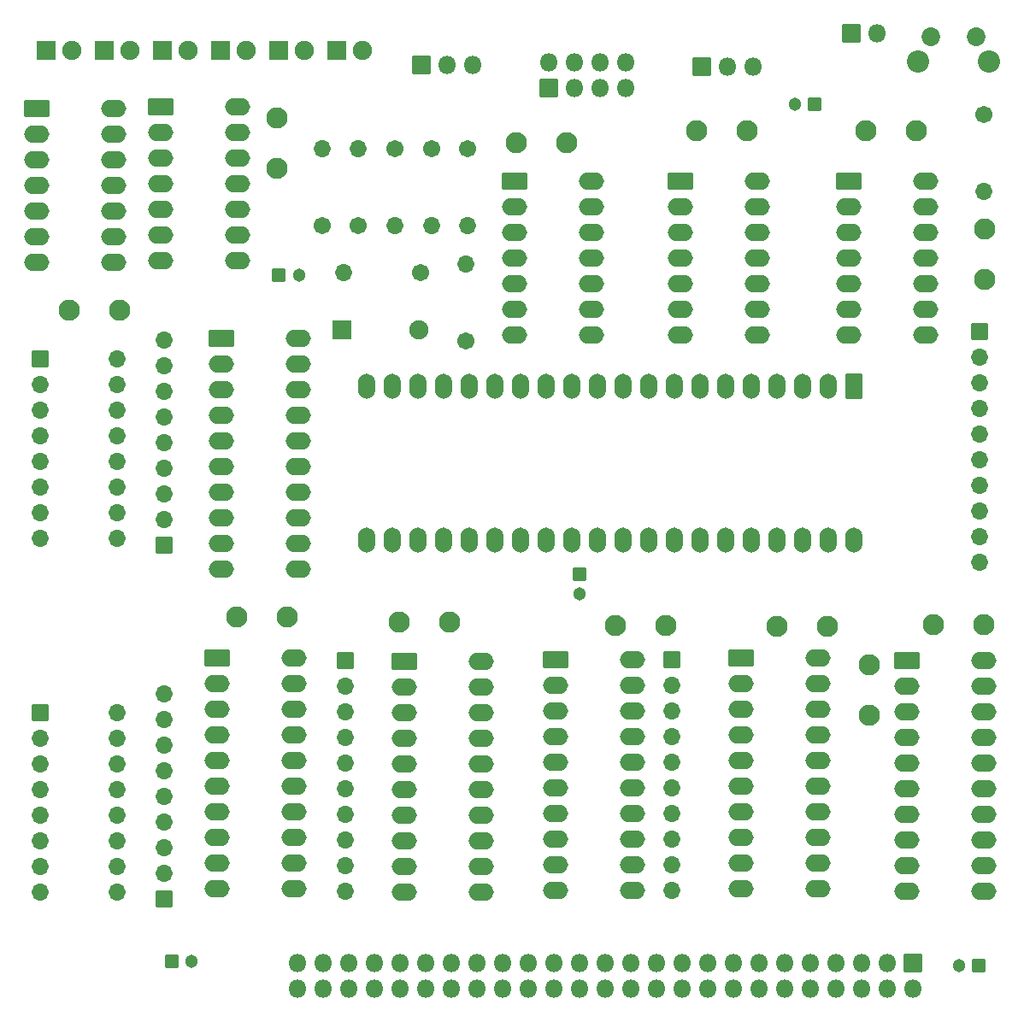
<source format=gbr>
G04 #@! TF.GenerationSoftware,KiCad,Pcbnew,(6.0.6)*
G04 #@! TF.CreationDate,2022-10-03T07:41:53-05:00*
G04 #@! TF.ProjectId,Z806809,5a383036-3830-4392-9e6b-696361645f70,rev?*
G04 #@! TF.SameCoordinates,Original*
G04 #@! TF.FileFunction,Soldermask,Bot*
G04 #@! TF.FilePolarity,Negative*
%FSLAX46Y46*%
G04 Gerber Fmt 4.6, Leading zero omitted, Abs format (unit mm)*
G04 Created by KiCad (PCBNEW (6.0.6)) date 2022-10-03 07:41:53*
%MOMM*%
%LPD*%
G01*
G04 APERTURE LIST*
G04 Aperture macros list*
%AMRoundRect*
0 Rectangle with rounded corners*
0 $1 Rounding radius*
0 $2 $3 $4 $5 $6 $7 $8 $9 X,Y pos of 4 corners*
0 Add a 4 corners polygon primitive as box body*
4,1,4,$2,$3,$4,$5,$6,$7,$8,$9,$2,$3,0*
0 Add four circle primitives for the rounded corners*
1,1,$1+$1,$2,$3*
1,1,$1+$1,$4,$5*
1,1,$1+$1,$6,$7*
1,1,$1+$1,$8,$9*
0 Add four rect primitives between the rounded corners*
20,1,$1+$1,$2,$3,$4,$5,0*
20,1,$1+$1,$4,$5,$6,$7,0*
20,1,$1+$1,$6,$7,$8,$9,0*
20,1,$1+$1,$8,$9,$2,$3,0*%
G04 Aperture macros list end*
%ADD10RoundRect,0.051000X0.600000X0.600000X-0.600000X0.600000X-0.600000X-0.600000X0.600000X-0.600000X0*%
%ADD11C,1.302000*%
%ADD12RoundRect,0.051000X-0.900000X-0.900000X0.900000X-0.900000X0.900000X0.900000X-0.900000X0.900000X0*%
%ADD13O,1.902000X1.902000*%
%ADD14C,1.902000*%
%ADD15RoundRect,0.051000X0.850000X-0.850000X0.850000X0.850000X-0.850000X0.850000X-0.850000X-0.850000X0*%
%ADD16O,1.802000X1.802000*%
%ADD17C,1.702000*%
%ADD18O,1.702000X1.702000*%
%ADD19RoundRect,0.051000X0.800000X-0.800000X0.800000X0.800000X-0.800000X0.800000X-0.800000X-0.800000X0*%
%ADD20RoundRect,0.051000X-0.800000X-0.800000X0.800000X-0.800000X0.800000X0.800000X-0.800000X0.800000X0*%
%ADD21C,2.202000*%
%ADD22C,1.852000*%
%ADD23RoundRect,0.051000X-1.200000X-0.800000X1.200000X-0.800000X1.200000X0.800000X-1.200000X0.800000X0*%
%ADD24O,2.502000X1.702000*%
%ADD25C,2.102000*%
%ADD26RoundRect,0.051000X-0.850000X0.850000X-0.850000X-0.850000X0.850000X-0.850000X0.850000X0.850000X0*%
%ADD27RoundRect,0.051000X-0.600000X0.600000X-0.600000X-0.600000X0.600000X-0.600000X0.600000X0.600000X0*%
%ADD28RoundRect,0.051000X-0.800000X0.800000X-0.800000X-0.800000X0.800000X-0.800000X0.800000X0.800000X0*%
%ADD29RoundRect,0.051000X-0.600000X-0.600000X0.600000X-0.600000X0.600000X0.600000X-0.600000X0.600000X0*%
%ADD30RoundRect,0.051000X-0.800000X1.200000X-0.800000X-1.200000X0.800000X-1.200000X0.800000X1.200000X0*%
%ADD31O,1.702000X2.502000*%
G04 APERTURE END LIST*
D10*
X149350000Y-40700000D03*
D11*
X147350000Y-40700000D03*
D12*
X102500000Y-63025000D03*
D13*
X110120000Y-63025000D03*
D12*
X73200000Y-35325000D03*
D14*
X75740000Y-35325000D03*
D15*
X138125000Y-36950000D03*
D16*
X140665000Y-36950000D03*
X143205000Y-36950000D03*
D15*
X152925000Y-33675000D03*
D16*
X155465000Y-33675000D03*
D17*
X166050000Y-41725000D03*
D18*
X166050000Y-49345000D03*
D17*
X100550000Y-52660000D03*
D18*
X100550000Y-45040000D03*
D17*
X110300000Y-57325000D03*
D18*
X102680000Y-57325000D03*
D19*
X84912000Y-119375000D03*
D18*
X84912000Y-116835000D03*
X84912000Y-114295000D03*
X84912000Y-111755000D03*
X84912000Y-109215000D03*
X84912000Y-106675000D03*
X84912000Y-104135000D03*
X84912000Y-101595000D03*
X84912000Y-99055000D03*
D20*
X72650000Y-100925000D03*
D18*
X72650000Y-103465000D03*
X72650000Y-106005000D03*
X72650000Y-108545000D03*
X72650000Y-111085000D03*
X72650000Y-113625000D03*
X72650000Y-116165000D03*
X72650000Y-118705000D03*
X80270000Y-118705000D03*
X80270000Y-116165000D03*
X80270000Y-113625000D03*
X80270000Y-111085000D03*
X80270000Y-108545000D03*
X80270000Y-106005000D03*
X80270000Y-103465000D03*
X80270000Y-100925000D03*
D21*
X166585000Y-36440000D03*
X159575000Y-36440000D03*
D22*
X160825000Y-33950000D03*
X165325000Y-33950000D03*
D20*
X72600000Y-65875000D03*
D18*
X72600000Y-68415000D03*
X72600000Y-70955000D03*
X72600000Y-73495000D03*
X72600000Y-76035000D03*
X72600000Y-78575000D03*
X72600000Y-81115000D03*
X72600000Y-83655000D03*
X80220000Y-83655000D03*
X80220000Y-81115000D03*
X80220000Y-78575000D03*
X80220000Y-76035000D03*
X80220000Y-73495000D03*
X80220000Y-70955000D03*
X80220000Y-68415000D03*
X80220000Y-65875000D03*
D23*
X152675000Y-48300000D03*
D24*
X152675000Y-50840000D03*
X152675000Y-53380000D03*
X152675000Y-55920000D03*
X152675000Y-58460000D03*
X152675000Y-61000000D03*
X152675000Y-63540000D03*
X160295000Y-63540000D03*
X160295000Y-61000000D03*
X160295000Y-58460000D03*
X160295000Y-55920000D03*
X160295000Y-53380000D03*
X160295000Y-50840000D03*
X160295000Y-48300000D03*
D23*
X136050000Y-48300000D03*
D24*
X136050000Y-50840000D03*
X136050000Y-53380000D03*
X136050000Y-55920000D03*
X136050000Y-58460000D03*
X136050000Y-61000000D03*
X136050000Y-63540000D03*
X143670000Y-63540000D03*
X143670000Y-61000000D03*
X143670000Y-58460000D03*
X143670000Y-55920000D03*
X143670000Y-53380000D03*
X143670000Y-50840000D03*
X143670000Y-48300000D03*
D23*
X84550000Y-40950000D03*
D24*
X84550000Y-43490000D03*
X84550000Y-46030000D03*
X84550000Y-48570000D03*
X84550000Y-51110000D03*
X84550000Y-53650000D03*
X84550000Y-56190000D03*
X92170000Y-56190000D03*
X92170000Y-53650000D03*
X92170000Y-51110000D03*
X92170000Y-48570000D03*
X92170000Y-46030000D03*
X92170000Y-43490000D03*
X92170000Y-40950000D03*
D23*
X90525000Y-63900000D03*
D24*
X90525000Y-66440000D03*
X90525000Y-68980000D03*
X90525000Y-71520000D03*
X90525000Y-74060000D03*
X90525000Y-76600000D03*
X90525000Y-79140000D03*
X90525000Y-81680000D03*
X90525000Y-84220000D03*
X90525000Y-86760000D03*
X98145000Y-86760000D03*
X98145000Y-84220000D03*
X98145000Y-81680000D03*
X98145000Y-79140000D03*
X98145000Y-76600000D03*
X98145000Y-74060000D03*
X98145000Y-71520000D03*
X98145000Y-68980000D03*
X98145000Y-66440000D03*
X98145000Y-63900000D03*
D23*
X119600000Y-48300000D03*
D24*
X119600000Y-50840000D03*
X119600000Y-53380000D03*
X119600000Y-55920000D03*
X119600000Y-58460000D03*
X119600000Y-61000000D03*
X119600000Y-63540000D03*
X127220000Y-63540000D03*
X127220000Y-61000000D03*
X127220000Y-58460000D03*
X127220000Y-55920000D03*
X127220000Y-53380000D03*
X127220000Y-50840000D03*
X127220000Y-48300000D03*
D19*
X84862000Y-84325000D03*
D18*
X84862000Y-81785000D03*
X84862000Y-79245000D03*
X84862000Y-76705000D03*
X84862000Y-74165000D03*
X84862000Y-71625000D03*
X84862000Y-69085000D03*
X84862000Y-66545000D03*
X84862000Y-64005000D03*
D17*
X104150000Y-52660000D03*
D18*
X104150000Y-45040000D03*
D12*
X90480000Y-35325000D03*
D14*
X93020000Y-35325000D03*
D17*
X111350000Y-45040000D03*
D18*
X111350000Y-52660000D03*
D12*
X78960000Y-35325000D03*
D14*
X81500000Y-35325000D03*
D12*
X84720000Y-35325000D03*
D14*
X87260000Y-35325000D03*
D17*
X107750000Y-45040000D03*
D18*
X107750000Y-52660000D03*
D12*
X96240000Y-35325000D03*
D14*
X98780000Y-35325000D03*
D17*
X114950000Y-45040000D03*
D18*
X114950000Y-52660000D03*
D12*
X102000000Y-35325000D03*
D14*
X104540000Y-35325000D03*
D17*
X114775000Y-64150000D03*
D18*
X114775000Y-56530000D03*
D15*
X110400000Y-36750000D03*
D16*
X112940000Y-36750000D03*
X115480000Y-36750000D03*
D25*
X96100000Y-42000000D03*
X96100000Y-47000000D03*
D15*
X122975000Y-39100000D03*
D16*
X122975000Y-36560000D03*
X125515000Y-39100000D03*
X125515000Y-36560000D03*
X128055000Y-39100000D03*
X128055000Y-36560000D03*
X130595000Y-39100000D03*
X130595000Y-36560000D03*
D26*
X159050000Y-125750000D03*
D16*
X159050000Y-128290000D03*
X156510000Y-125750000D03*
X156510000Y-128290000D03*
X153970000Y-125750000D03*
X153970000Y-128290000D03*
X151430000Y-125750000D03*
X151430000Y-128290000D03*
X148890000Y-125750000D03*
X148890000Y-128290000D03*
X146350000Y-125750000D03*
X146350000Y-128290000D03*
X143810000Y-125750000D03*
X143810000Y-128290000D03*
X141270000Y-125750000D03*
X141270000Y-128290000D03*
X138730000Y-125750000D03*
X138730000Y-128290000D03*
X136190000Y-125750000D03*
X136190000Y-128290000D03*
X133650000Y-125750000D03*
X133650000Y-128290000D03*
X131110000Y-125750000D03*
X131110000Y-128290000D03*
X128570000Y-125750000D03*
X128570000Y-128290000D03*
X126030000Y-125750000D03*
X126030000Y-128290000D03*
X123490000Y-125750000D03*
X123490000Y-128290000D03*
X120950000Y-125750000D03*
X120950000Y-128290000D03*
X118410000Y-125750000D03*
X118410000Y-128290000D03*
X115870000Y-125750000D03*
X115870000Y-128290000D03*
X113330000Y-125750000D03*
X113330000Y-128290000D03*
X110790000Y-125750000D03*
X110790000Y-128290000D03*
X108250000Y-125750000D03*
X108250000Y-128290000D03*
X105710000Y-125750000D03*
X105710000Y-128290000D03*
X103170000Y-125750000D03*
X103170000Y-128290000D03*
X100630000Y-125750000D03*
X100630000Y-128290000D03*
X98090000Y-125750000D03*
X98090000Y-128290000D03*
D27*
X126075000Y-87225000D03*
D11*
X126075000Y-89225000D03*
D10*
X165600000Y-126000000D03*
D11*
X163600000Y-126000000D03*
D23*
X158500000Y-95775000D03*
D24*
X158500000Y-98315000D03*
X158500000Y-100855000D03*
X158500000Y-103395000D03*
X158500000Y-105935000D03*
X158500000Y-108475000D03*
X158500000Y-111015000D03*
X158500000Y-113555000D03*
X158500000Y-116095000D03*
X158500000Y-118635000D03*
X166120000Y-118635000D03*
X166120000Y-116095000D03*
X166120000Y-113555000D03*
X166120000Y-111015000D03*
X166120000Y-108475000D03*
X166120000Y-105935000D03*
X166120000Y-103395000D03*
X166120000Y-100855000D03*
X166120000Y-98315000D03*
X166120000Y-95775000D03*
D28*
X135200000Y-95675000D03*
D18*
X135200000Y-98215000D03*
X135200000Y-100755000D03*
X135200000Y-103295000D03*
X135200000Y-105835000D03*
X135200000Y-108375000D03*
X135200000Y-110915000D03*
X135200000Y-113455000D03*
X135200000Y-115995000D03*
X135200000Y-118535000D03*
D28*
X102862500Y-95750000D03*
D18*
X102862500Y-98290000D03*
X102862500Y-100830000D03*
X102862500Y-103370000D03*
X102862500Y-105910000D03*
X102862500Y-108450000D03*
X102862500Y-110990000D03*
X102862500Y-113530000D03*
X102862500Y-116070000D03*
X102862500Y-118610000D03*
D23*
X108700000Y-95875000D03*
D24*
X108700000Y-98415000D03*
X108700000Y-100955000D03*
X108700000Y-103495000D03*
X108700000Y-106035000D03*
X108700000Y-108575000D03*
X108700000Y-111115000D03*
X108700000Y-113655000D03*
X108700000Y-116195000D03*
X108700000Y-118735000D03*
X116320000Y-118735000D03*
X116320000Y-116195000D03*
X116320000Y-113655000D03*
X116320000Y-111115000D03*
X116320000Y-108575000D03*
X116320000Y-106035000D03*
X116320000Y-103495000D03*
X116320000Y-100955000D03*
X116320000Y-98415000D03*
X116320000Y-95875000D03*
D23*
X123700000Y-95675000D03*
D24*
X123700000Y-98215000D03*
X123700000Y-100755000D03*
X123700000Y-103295000D03*
X123700000Y-105835000D03*
X123700000Y-108375000D03*
X123700000Y-110915000D03*
X123700000Y-113455000D03*
X123700000Y-115995000D03*
X123700000Y-118535000D03*
X131320000Y-118535000D03*
X131320000Y-115995000D03*
X131320000Y-113455000D03*
X131320000Y-110915000D03*
X131320000Y-108375000D03*
X131320000Y-105835000D03*
X131320000Y-103295000D03*
X131320000Y-100755000D03*
X131320000Y-98215000D03*
X131320000Y-95675000D03*
D23*
X90150000Y-95500000D03*
D24*
X90150000Y-98040000D03*
X90150000Y-100580000D03*
X90150000Y-103120000D03*
X90150000Y-105660000D03*
X90150000Y-108200000D03*
X90150000Y-110740000D03*
X90150000Y-113280000D03*
X90150000Y-115820000D03*
X90150000Y-118360000D03*
X97770000Y-118360000D03*
X97770000Y-115820000D03*
X97770000Y-113280000D03*
X97770000Y-110740000D03*
X97770000Y-108200000D03*
X97770000Y-105660000D03*
X97770000Y-103120000D03*
X97770000Y-100580000D03*
X97770000Y-98040000D03*
X97770000Y-95500000D03*
D23*
X142000000Y-95575000D03*
D24*
X142000000Y-98115000D03*
X142000000Y-100655000D03*
X142000000Y-103195000D03*
X142000000Y-105735000D03*
X142000000Y-108275000D03*
X142000000Y-110815000D03*
X142000000Y-113355000D03*
X142000000Y-115895000D03*
X142000000Y-118435000D03*
X149620000Y-118435000D03*
X149620000Y-115895000D03*
X149620000Y-113355000D03*
X149620000Y-110815000D03*
X149620000Y-108275000D03*
X149620000Y-105735000D03*
X149620000Y-103195000D03*
X149620000Y-100655000D03*
X149620000Y-98115000D03*
X149620000Y-95575000D03*
D25*
X137600000Y-43300000D03*
X142600000Y-43300000D03*
X154700000Y-101200000D03*
X154700000Y-96200000D03*
X134600000Y-92300000D03*
X129600000Y-92300000D03*
X166200000Y-58000000D03*
X166200000Y-53000000D03*
X75500000Y-61100000D03*
X80500000Y-61100000D03*
X119800000Y-44500000D03*
X124800000Y-44500000D03*
X150600000Y-92400000D03*
X145600000Y-92400000D03*
D29*
X96227400Y-57600000D03*
D11*
X98227400Y-57600000D03*
D29*
X85627400Y-125600000D03*
D11*
X87627400Y-125600000D03*
D25*
X113200000Y-92000000D03*
X108200000Y-92000000D03*
X154400000Y-43300000D03*
X159400000Y-43300000D03*
D30*
X153225000Y-68600000D03*
D31*
X150685000Y-68600000D03*
X148145000Y-68600000D03*
X145605000Y-68600000D03*
X143065000Y-68600000D03*
X140525000Y-68600000D03*
X137985000Y-68600000D03*
X135445000Y-68600000D03*
X132905000Y-68600000D03*
X130365000Y-68600000D03*
X127825000Y-68600000D03*
X125285000Y-68600000D03*
X122745000Y-68600000D03*
X120205000Y-68600000D03*
X117665000Y-68600000D03*
X115125000Y-68600000D03*
X112585000Y-68600000D03*
X110045000Y-68600000D03*
X107505000Y-68600000D03*
X104965000Y-68600000D03*
X104965000Y-83840000D03*
X107505000Y-83840000D03*
X110045000Y-83840000D03*
X112585000Y-83840000D03*
X115125000Y-83840000D03*
X117665000Y-83840000D03*
X120205000Y-83840000D03*
X122745000Y-83840000D03*
X125285000Y-83840000D03*
X127825000Y-83840000D03*
X130365000Y-83840000D03*
X132905000Y-83840000D03*
X135445000Y-83840000D03*
X137985000Y-83840000D03*
X140525000Y-83840000D03*
X143065000Y-83840000D03*
X145605000Y-83840000D03*
X148145000Y-83840000D03*
X150685000Y-83840000D03*
X153225000Y-83840000D03*
D25*
X166100000Y-92200000D03*
X161100000Y-92200000D03*
X92100000Y-91500000D03*
X97100000Y-91500000D03*
D23*
X72300000Y-41075000D03*
D24*
X72300000Y-43615000D03*
X72300000Y-46155000D03*
X72300000Y-48695000D03*
X72300000Y-51235000D03*
X72300000Y-53775000D03*
X72300000Y-56315000D03*
X79920000Y-56315000D03*
X79920000Y-53775000D03*
X79920000Y-51235000D03*
X79920000Y-48695000D03*
X79920000Y-46155000D03*
X79920000Y-43615000D03*
X79920000Y-41075000D03*
D28*
X165700000Y-63175000D03*
D18*
X165700000Y-65715000D03*
X165700000Y-68255000D03*
X165700000Y-70795000D03*
X165700000Y-73335000D03*
X165700000Y-75875000D03*
X165700000Y-78415000D03*
X165700000Y-80955000D03*
X165700000Y-83495000D03*
X165700000Y-86035000D03*
M02*

</source>
